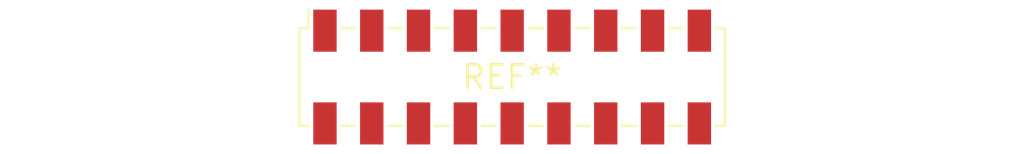
<source format=kicad_pcb>
(kicad_pcb (version 20240108) (generator pcbnew)
  (layers (0 "F.Cu" signal) (31 "B.Cu" signal) (34 "B.Paste" user) (35 "F.Paste" user) (36 "B.SilkS" user "B.Silkscreen") (37 "F.SilkS" user "F.Silkscreen") (38 "B.Mask" user) (39 "F.Mask" user) (44 "Edge.Cuts" user))
  (net 0 "")
  (footprint "Samtec_HLE-109-02-xxx-DV_2x09_P2.54mm_Horizontal" (layer "F.Cu") (at 0 0)
    (property "Reference" "REF**")
    (property "Value" "Samtec_HLE-109-02-xxx-DV_2x09_P2.54mm_Horizontal")
    (fp_line (start -11.54 -2.65) (end -11.54 2.65) (layer "F.SilkS") (stroke (width 0.12)))
    (fp_line (start -11.54 2.65) (end -11.055 2.65) (layer "F.SilkS") (stroke (width 0.12)))
    (fp_line (start -11.055 -3.67) (end -11.055 -2.65) (layer "F.SilkS") (stroke (width 0.12)))
    (fp_line (start -11.055 -2.65) (end -11.54 -2.65) (layer "F.SilkS") (stroke (width 0.12)))
    (fp_line (start -9.265 -2.65) (end -8.515 -2.65) (layer "F.SilkS") (stroke (width 0.12)))
    (fp_line (start -9.265 2.65) (end -8.515 2.65) (layer "F.SilkS") (stroke (width 0.12)))
    (fp_line (start -6.725 -2.65) (end -5.975 -2.65) (layer "F.SilkS") (stroke (width 0.12)))
    (fp_line (start -6.725 2.65) (end -5.975 2.65) (layer "F.SilkS") (stroke (width 0.12)))
    (fp_line (start -4.185 -2.65) (end -3.435 -2.65) (layer "F.SilkS") (stroke (width 0.12)))
    (fp_line (start -4.185 2.65) (end -3.435 2.65) (layer "F.SilkS") (stroke (width 0.12)))
    (fp_line (start -1.645 -2.65) (end -0.895 -2.65) (layer "F.SilkS") (stroke (width 0.12)))
    (fp_line (start -1.645 2.65) (end -0.895 2.65) (layer "F.SilkS") (stroke (width 0.12)))
    (fp_line (start 0.895 -2.65) (end 1.645 -2.65) (layer "F.SilkS") (stroke (width 0.12)))
    (fp_line (start 0.895 2.65) (end 1.645 2.65) (layer "F.SilkS") (stroke (width 0.12)))
    (fp_line (start 3.435 -2.65) (end 4.185 -2.65) (layer "F.SilkS") (stroke (width 0.12)))
    (fp_line (start 3.435 2.65) (end 4.185 2.65) (layer "F.SilkS") (stroke (width 0.12)))
    (fp_line (start 5.975 -2.65) (end 6.725 -2.65) (layer "F.SilkS") (stroke (width 0.12)))
    (fp_line (start 5.975 2.65) (end 6.725 2.65) (layer "F.SilkS") (stroke (width 0.12)))
    (fp_line (start 8.515 -2.65) (end 9.265 -2.65) (layer "F.SilkS") (stroke (width 0.12)))
    (fp_line (start 8.515 2.65) (end 9.265 2.65) (layer "F.SilkS") (stroke (width 0.12)))
    (fp_line (start 11.055 -2.65) (end 11.54 -2.65) (layer "F.SilkS") (stroke (width 0.12)))
    (fp_line (start 11.54 -2.65) (end 11.54 2.65) (layer "F.SilkS") (stroke (width 0.12)))
    (fp_line (start 11.54 2.65) (end 11.055 2.65) (layer "F.SilkS") (stroke (width 0.12)))
    (pad "1" smd rect (at -10.16 -2.525) (size 1.27 2.29) (layers "F.Cu" "F.Paste" "F.Mask"))
    (pad "2" smd rect (at -10.16 2.525) (size 1.27 2.29) (layers "F.Cu" "F.Paste" "F.Mask"))
    (pad "3" smd rect (at -7.62 -2.525) (size 1.27 2.29) (layers "F.Cu" "F.Paste" "F.Mask"))
    (pad "4" smd rect (at -7.62 2.525) (size 1.27 2.29) (layers "F.Cu" "F.Paste" "F.Mask"))
    (pad "5" smd rect (at -5.08 -2.525) (size 1.27 2.29) (layers "F.Cu" "F.Paste" "F.Mask"))
    (pad "6" smd rect (at -5.08 2.525) (size 1.27 2.29) (layers "F.Cu" "F.Paste" "F.Mask"))
    (pad "7" smd rect (at -2.54 -2.525) (size 1.27 2.29) (layers "F.Cu" "F.Paste" "F.Mask"))
    (pad "8" smd rect (at -2.54 2.525) (size 1.27 2.29) (layers "F.Cu" "F.Paste" "F.Mask"))
    (pad "9" smd rect (at 0 -2.525) (size 1.27 2.29) (layers "F.Cu" "F.Paste" "F.Mask"))
    (pad "10" smd rect (at 0 2.525) (size 1.27 2.29) (layers "F.Cu" "F.Paste" "F.Mask"))
    (pad "11" smd rect (at 2.54 -2.525) (size 1.27 2.29) (layers "F.Cu" "F.Paste" "F.Mask"))
    (pad "12" smd rect (at 2.54 2.525) (size 1.27 2.29) (layers "F.Cu" "F.Paste" "F.Mask"))
    (pad "13" smd rect (at 5.08 -2.525) (size 1.27 2.29) (layers "F.Cu" "F.Paste" "F.Mask"))
    (pad "14" smd rect (at 5.08 2.525) (size 1.27 2.29) (layers "F.Cu" "F.Paste" "F.Mask"))
    (pad "15" smd rect (at 7.62 -2.525) (size 1.27 2.29) (layers "F.Cu" "F.Paste" "F.Mask"))
    (pad "16" smd rect (at 7.62 2.525) (size 1.27 2.29) (layers "F.Cu" "F.Paste" "F.Mask"))
    (pad "17" smd rect (at 10.16 -2.525) (size 1.27 2.29) (layers "F.Cu" "F.Paste" "F.Mask"))
    (pad "18" smd rect (at 10.16 2.525) (size 1.27 2.29) (layers "F.Cu" "F.Paste" "F.Mask"))
  )
)
</source>
